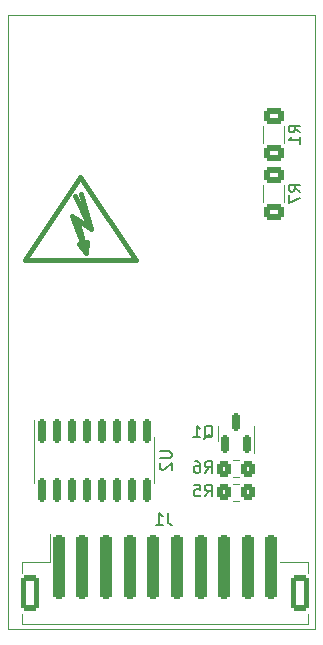
<source format=gbo>
G04 #@! TF.GenerationSoftware,KiCad,Pcbnew,(6.0.0)*
G04 #@! TF.CreationDate,2022-01-19T21:14:50+07:00*
G04 #@! TF.ProjectId,NixieClock,4e697869-6543-46c6-9f63-6b2e6b696361,rev?*
G04 #@! TF.SameCoordinates,Original*
G04 #@! TF.FileFunction,Legend,Bot*
G04 #@! TF.FilePolarity,Positive*
%FSLAX46Y46*%
G04 Gerber Fmt 4.6, Leading zero omitted, Abs format (unit mm)*
G04 Created by KiCad (PCBNEW (6.0.0)) date 2022-01-19 21:14:50*
%MOMM*%
%LPD*%
G01*
G04 APERTURE LIST*
G04 Aperture macros list*
%AMRoundRect*
0 Rectangle with rounded corners*
0 $1 Rounding radius*
0 $2 $3 $4 $5 $6 $7 $8 $9 X,Y pos of 4 corners*
0 Add a 4 corners polygon primitive as box body*
4,1,4,$2,$3,$4,$5,$6,$7,$8,$9,$2,$3,0*
0 Add four circle primitives for the rounded corners*
1,1,$1+$1,$2,$3*
1,1,$1+$1,$4,$5*
1,1,$1+$1,$6,$7*
1,1,$1+$1,$8,$9*
0 Add four rect primitives between the rounded corners*
20,1,$1+$1,$2,$3,$4,$5,0*
20,1,$1+$1,$4,$5,$6,$7,0*
20,1,$1+$1,$6,$7,$8,$9,0*
20,1,$1+$1,$8,$9,$2,$3,0*%
G04 Aperture macros list end*
G04 #@! TA.AperFunction,Profile*
%ADD10C,0.050000*%
G04 #@! TD*
%ADD11C,0.150000*%
%ADD12C,0.120000*%
%ADD13C,0.381000*%
%ADD14C,1.500000*%
%ADD15R,1.600000X1.600000*%
%ADD16O,1.600000X1.600000*%
%ADD17C,1.400000*%
%ADD18O,1.400000X1.400000*%
%ADD19RoundRect,0.150000X0.150000X-0.587500X0.150000X0.587500X-0.150000X0.587500X-0.150000X-0.587500X0*%
%ADD20RoundRect,0.250000X-0.350000X-0.450000X0.350000X-0.450000X0.350000X0.450000X-0.350000X0.450000X0*%
%ADD21RoundRect,0.250000X-0.250000X-2.500000X0.250000X-2.500000X0.250000X2.500000X-0.250000X2.500000X0*%
%ADD22RoundRect,0.250000X-0.550000X-1.250000X0.550000X-1.250000X0.550000X1.250000X-0.550000X1.250000X0*%
%ADD23RoundRect,0.150000X-0.150000X0.825000X-0.150000X-0.825000X0.150000X-0.825000X0.150000X0.825000X0*%
%ADD24RoundRect,0.250000X-0.625000X0.400000X-0.625000X-0.400000X0.625000X-0.400000X0.625000X0.400000X0*%
%ADD25RoundRect,0.250000X0.625000X-0.400000X0.625000X0.400000X-0.625000X0.400000X-0.625000X-0.400000X0*%
G04 APERTURE END LIST*
D10*
X45700000Y-80300000D02*
X19700000Y-80300000D01*
X19700000Y-80300000D02*
X19700000Y-28300000D01*
X19700000Y-28300000D02*
X45700000Y-28300000D01*
X45700000Y-28300000D02*
X45700000Y-80300000D01*
D11*
X36295238Y-64147619D02*
X36390476Y-64100000D01*
X36485714Y-64004761D01*
X36628571Y-63861904D01*
X36723809Y-63814285D01*
X36819047Y-63814285D01*
X36771428Y-64052380D02*
X36866666Y-64004761D01*
X36961904Y-63909523D01*
X37009523Y-63719047D01*
X37009523Y-63385714D01*
X36961904Y-63195238D01*
X36866666Y-63100000D01*
X36771428Y-63052380D01*
X36580952Y-63052380D01*
X36485714Y-63100000D01*
X36390476Y-63195238D01*
X36342857Y-63385714D01*
X36342857Y-63719047D01*
X36390476Y-63909523D01*
X36485714Y-64004761D01*
X36580952Y-64052380D01*
X36771428Y-64052380D01*
X35390476Y-64052380D02*
X35961904Y-64052380D01*
X35676190Y-64052380D02*
X35676190Y-63052380D01*
X35771428Y-63195238D01*
X35866666Y-63290476D01*
X35961904Y-63338095D01*
X36366666Y-69052380D02*
X36700000Y-68576190D01*
X36938095Y-69052380D02*
X36938095Y-68052380D01*
X36557142Y-68052380D01*
X36461904Y-68100000D01*
X36414285Y-68147619D01*
X36366666Y-68242857D01*
X36366666Y-68385714D01*
X36414285Y-68480952D01*
X36461904Y-68528571D01*
X36557142Y-68576190D01*
X36938095Y-68576190D01*
X35461904Y-68052380D02*
X35938095Y-68052380D01*
X35985714Y-68528571D01*
X35938095Y-68480952D01*
X35842857Y-68433333D01*
X35604761Y-68433333D01*
X35509523Y-68480952D01*
X35461904Y-68528571D01*
X35414285Y-68623809D01*
X35414285Y-68861904D01*
X35461904Y-68957142D01*
X35509523Y-69004761D01*
X35604761Y-69052380D01*
X35842857Y-69052380D01*
X35938095Y-69004761D01*
X35985714Y-68957142D01*
X33233333Y-70452380D02*
X33233333Y-71166666D01*
X33280952Y-71309523D01*
X33376190Y-71404761D01*
X33519047Y-71452380D01*
X33614285Y-71452380D01*
X32233333Y-71452380D02*
X32804761Y-71452380D01*
X32519047Y-71452380D02*
X32519047Y-70452380D01*
X32614285Y-70595238D01*
X32709523Y-70690476D01*
X32804761Y-70738095D01*
X36366666Y-67052380D02*
X36700000Y-66576190D01*
X36938095Y-67052380D02*
X36938095Y-66052380D01*
X36557142Y-66052380D01*
X36461904Y-66100000D01*
X36414285Y-66147619D01*
X36366666Y-66242857D01*
X36366666Y-66385714D01*
X36414285Y-66480952D01*
X36461904Y-66528571D01*
X36557142Y-66576190D01*
X36938095Y-66576190D01*
X35509523Y-66052380D02*
X35700000Y-66052380D01*
X35795238Y-66100000D01*
X35842857Y-66147619D01*
X35938095Y-66290476D01*
X35985714Y-66480952D01*
X35985714Y-66861904D01*
X35938095Y-66957142D01*
X35890476Y-67004761D01*
X35795238Y-67052380D01*
X35604761Y-67052380D01*
X35509523Y-67004761D01*
X35461904Y-66957142D01*
X35414285Y-66861904D01*
X35414285Y-66623809D01*
X35461904Y-66528571D01*
X35509523Y-66480952D01*
X35604761Y-66433333D01*
X35795238Y-66433333D01*
X35890476Y-66480952D01*
X35938095Y-66528571D01*
X35985714Y-66623809D01*
X32552380Y-65238095D02*
X33361904Y-65238095D01*
X33457142Y-65285714D01*
X33504761Y-65333333D01*
X33552380Y-65428571D01*
X33552380Y-65619047D01*
X33504761Y-65714285D01*
X33457142Y-65761904D01*
X33361904Y-65809523D01*
X32552380Y-65809523D01*
X32647619Y-66238095D02*
X32600000Y-66285714D01*
X32552380Y-66380952D01*
X32552380Y-66619047D01*
X32600000Y-66714285D01*
X32647619Y-66761904D01*
X32742857Y-66809523D01*
X32838095Y-66809523D01*
X32980952Y-66761904D01*
X33552380Y-66190476D01*
X33552380Y-66809523D01*
X44452380Y-43233333D02*
X43976190Y-42900000D01*
X44452380Y-42661904D02*
X43452380Y-42661904D01*
X43452380Y-43042857D01*
X43500000Y-43138095D01*
X43547619Y-43185714D01*
X43642857Y-43233333D01*
X43785714Y-43233333D01*
X43880952Y-43185714D01*
X43928571Y-43138095D01*
X43976190Y-43042857D01*
X43976190Y-42661904D01*
X43452380Y-43566666D02*
X43452380Y-44233333D01*
X44452380Y-43804761D01*
X44452380Y-38233333D02*
X43976190Y-37900000D01*
X44452380Y-37661904D02*
X43452380Y-37661904D01*
X43452380Y-38042857D01*
X43500000Y-38138095D01*
X43547619Y-38185714D01*
X43642857Y-38233333D01*
X43785714Y-38233333D01*
X43880952Y-38185714D01*
X43928571Y-38138095D01*
X43976190Y-38042857D01*
X43976190Y-37661904D01*
X44452380Y-39185714D02*
X44452380Y-38614285D01*
X44452380Y-38900000D02*
X43452380Y-38900000D01*
X43595238Y-38804761D01*
X43690476Y-38709523D01*
X43738095Y-38614285D01*
D12*
X40560000Y-63700000D02*
X40560000Y-63050000D01*
X37440000Y-63700000D02*
X37440000Y-64350000D01*
X40560000Y-63700000D02*
X40560000Y-65375000D01*
X37440000Y-63700000D02*
X37440000Y-63050000D01*
X38772936Y-69435000D02*
X39227064Y-69435000D01*
X38772936Y-67965000D02*
X39227064Y-67965000D01*
X45085000Y-75490000D02*
X45085000Y-74640000D01*
X45085000Y-74640000D02*
X42760000Y-74640000D01*
X45085000Y-79860000D02*
X45085000Y-79010000D01*
X20915000Y-79860000D02*
X45085000Y-79860000D01*
X20915000Y-74640000D02*
X23240000Y-74640000D01*
X23240000Y-74640000D02*
X23240000Y-72250000D01*
X20915000Y-79010000D02*
X20915000Y-79860000D01*
X20915000Y-75490000D02*
X20915000Y-74640000D01*
X38772936Y-67435000D02*
X39227064Y-67435000D01*
X38772936Y-65965000D02*
X39227064Y-65965000D01*
X21940000Y-66000000D02*
X21940000Y-62550000D01*
X32060000Y-66000000D02*
X32060000Y-67950000D01*
X21940000Y-66000000D02*
X21940000Y-67950000D01*
X32060000Y-66000000D02*
X32060000Y-64050000D01*
D13*
X26699160Y-46400660D02*
X25500280Y-45600560D01*
X26297840Y-48399640D02*
X25698400Y-47701140D01*
X30499000Y-48994000D02*
X25800000Y-42009000D01*
X21101000Y-48994000D02*
X30499000Y-48994000D01*
X26297840Y-48399640D02*
X25098960Y-45300840D01*
X25800000Y-42009000D02*
X21101000Y-48994000D01*
X25899060Y-43400920D02*
X26699160Y-46400660D01*
X25500280Y-45600560D02*
X26297840Y-48399640D01*
X25098960Y-45300840D02*
X25698400Y-45699620D01*
X26699160Y-46400660D02*
X25398680Y-43599040D01*
X26297840Y-48399640D02*
X26399440Y-47500480D01*
D12*
X43110000Y-42672936D02*
X43110000Y-44127064D01*
X41290000Y-42672936D02*
X41290000Y-44127064D01*
X41290000Y-39127064D02*
X41290000Y-37672936D01*
X43110000Y-39127064D02*
X43110000Y-37672936D01*
%LPC*%
D14*
X31025000Y-34786000D03*
X29286190Y-36524671D03*
X28649671Y-38899810D03*
X29286000Y-41275000D03*
X31024671Y-43013810D03*
X33399810Y-43650329D03*
X35775000Y-43014000D03*
X37513810Y-41275329D03*
X38150329Y-38900190D03*
X37514000Y-36525000D03*
X35775329Y-34786190D03*
D15*
X24225000Y-59900000D03*
D16*
X26765000Y-59900000D03*
X29305000Y-59900000D03*
X31845000Y-59900000D03*
X34385000Y-59900000D03*
X36925000Y-59900000D03*
X39465000Y-59900000D03*
X42005000Y-59900000D03*
X42005000Y-52280000D03*
X39465000Y-52280000D03*
X36925000Y-52280000D03*
X34385000Y-52280000D03*
X31845000Y-52280000D03*
X29305000Y-52280000D03*
X26765000Y-52280000D03*
X24225000Y-52280000D03*
D17*
X36990000Y-48700000D03*
D18*
X44610000Y-48700000D03*
D19*
X39950000Y-64637500D03*
X38050000Y-64637500D03*
X39000000Y-62762500D03*
D20*
X38000000Y-68700000D03*
X40000000Y-68700000D03*
D21*
X24000000Y-75000000D03*
X26000000Y-75000000D03*
X28000000Y-75000000D03*
X30000000Y-75000000D03*
X32000000Y-75000000D03*
X34000000Y-75000000D03*
X36000000Y-75000000D03*
X38000000Y-75000000D03*
X40000000Y-75000000D03*
X42000000Y-75000000D03*
D22*
X21600000Y-77250000D03*
X44400000Y-77250000D03*
D20*
X38000000Y-66700000D03*
X40000000Y-66700000D03*
D23*
X22555000Y-63525000D03*
X23825000Y-63525000D03*
X25095000Y-63525000D03*
X26365000Y-63525000D03*
X27635000Y-63525000D03*
X28905000Y-63525000D03*
X30175000Y-63525000D03*
X31445000Y-63525000D03*
X31445000Y-68475000D03*
X30175000Y-68475000D03*
X28905000Y-68475000D03*
X27635000Y-68475000D03*
X26365000Y-68475000D03*
X25095000Y-68475000D03*
X23825000Y-68475000D03*
X22555000Y-68475000D03*
D24*
X42200000Y-41850000D03*
X42200000Y-44950000D03*
D25*
X42200000Y-39950000D03*
X42200000Y-36850000D03*
M02*

</source>
